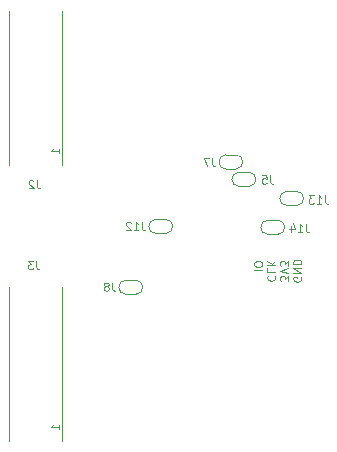
<source format=gbr>
G04 #@! TF.GenerationSoftware,KiCad,Pcbnew,5.1.4+dfsg1-1~bpo10+1*
G04 #@! TF.CreationDate,2020-01-08T12:36:27+01:00*
G04 #@! TF.ProjectId,video-booster-board,76696465-6f2d-4626-9f6f-737465722d62,rev?*
G04 #@! TF.SameCoordinates,Original*
G04 #@! TF.FileFunction,Legend,Bot*
G04 #@! TF.FilePolarity,Positive*
%FSLAX46Y46*%
G04 Gerber Fmt 4.6, Leading zero omitted, Abs format (unit mm)*
G04 Created by KiCad (PCBNEW 5.1.4+dfsg1-1~bpo10+1) date 2020-01-08 12:36:27*
%MOMM*%
%LPD*%
G04 APERTURE LIST*
%ADD10C,0.120000*%
%ADD11C,0.100000*%
%ADD12C,0.125000*%
G04 APERTURE END LIST*
D10*
X125068425Y-79518874D02*
G75*
G03X125043300Y-78319400I-25125J599474D01*
G01*
X124192775Y-78319926D02*
X125043025Y-78319926D01*
X124192775Y-78319926D02*
G75*
G03X124217900Y-79519400I25125J-599474D01*
G01*
X124217900Y-79519400D02*
X125017900Y-79519400D01*
D11*
X116250000Y-97063700D02*
X116250000Y-84063700D01*
X111750000Y-84063700D02*
X111750000Y-97063700D01*
D10*
X132111325Y-75540874D02*
G75*
G03X132086200Y-74341400I-25125J599474D01*
G01*
X131235675Y-74341926D02*
X132085925Y-74341926D01*
X131235675Y-74341926D02*
G75*
G03X131260800Y-75541400I25125J-599474D01*
G01*
X131260800Y-75541400D02*
X132060800Y-75541400D01*
D11*
X116250000Y-73695700D02*
X116250000Y-60695700D01*
X111750000Y-60695700D02*
X111750000Y-73695700D01*
D10*
X133675075Y-78392926D02*
G75*
G03X133700200Y-79592400I25125J-599474D01*
G01*
X134550725Y-79591874D02*
X133700475Y-79591874D01*
X134550725Y-79591874D02*
G75*
G03X134525600Y-78392400I-25125J599474D01*
G01*
X134525600Y-78392400D02*
X133725600Y-78392400D01*
X136150925Y-77153474D02*
G75*
G03X136125800Y-75954000I-25125J599474D01*
G01*
X135275275Y-75954526D02*
X136125525Y-75954526D01*
X135275275Y-75954526D02*
G75*
G03X135300400Y-77154000I25125J-599474D01*
G01*
X135300400Y-77154000D02*
X136100400Y-77154000D01*
X122528425Y-84670874D02*
G75*
G03X122503300Y-83471400I-25125J599474D01*
G01*
X121652775Y-83471926D02*
X122503025Y-83471926D01*
X121652775Y-83471926D02*
G75*
G03X121677900Y-84671400I25125J-599474D01*
G01*
X121677900Y-84671400D02*
X122477900Y-84671400D01*
X131006525Y-74068974D02*
G75*
G03X130981400Y-72869500I-25125J599474D01*
G01*
X130130875Y-72870026D02*
X130981125Y-72870026D01*
X130130875Y-72870026D02*
G75*
G03X130156000Y-74069500I25125J-599474D01*
G01*
X130156000Y-74069500D02*
X130956000Y-74069500D01*
D12*
X123044566Y-78546066D02*
X123044566Y-79046066D01*
X123077900Y-79146066D01*
X123144566Y-79212733D01*
X123244566Y-79246066D01*
X123311233Y-79246066D01*
X122344566Y-79246066D02*
X122744566Y-79246066D01*
X122544566Y-79246066D02*
X122544566Y-78546066D01*
X122611233Y-78646066D01*
X122677900Y-78712733D01*
X122744566Y-78746066D01*
X122077900Y-78612733D02*
X122044566Y-78579400D01*
X121977900Y-78546066D01*
X121811233Y-78546066D01*
X121744566Y-78579400D01*
X121711233Y-78612733D01*
X121677900Y-78679400D01*
X121677900Y-78746066D01*
X121711233Y-78846066D01*
X122111233Y-79246066D01*
X121677900Y-79246066D01*
X114089333Y-81855866D02*
X114089333Y-82355866D01*
X114122666Y-82455866D01*
X114189333Y-82522533D01*
X114289333Y-82555866D01*
X114356000Y-82555866D01*
X113822666Y-81855866D02*
X113389333Y-81855866D01*
X113622666Y-82122533D01*
X113522666Y-82122533D01*
X113456000Y-82155866D01*
X113422666Y-82189200D01*
X113389333Y-82255866D01*
X113389333Y-82422533D01*
X113422666Y-82489200D01*
X113456000Y-82522533D01*
X113522666Y-82555866D01*
X113722666Y-82555866D01*
X113789333Y-82522533D01*
X113822666Y-82489200D01*
X116016666Y-96113700D02*
X116016666Y-95713700D01*
X116016666Y-95913700D02*
X115316666Y-95913700D01*
X115416666Y-95847033D01*
X115483333Y-95780366D01*
X115516666Y-95713700D01*
X133705900Y-83094066D02*
X133672566Y-83127400D01*
X133639233Y-83227400D01*
X133639233Y-83294066D01*
X133672566Y-83394066D01*
X133739233Y-83460733D01*
X133805900Y-83494066D01*
X133939233Y-83527400D01*
X134039233Y-83527400D01*
X134172566Y-83494066D01*
X134239233Y-83460733D01*
X134305900Y-83394066D01*
X134339233Y-83294066D01*
X134339233Y-83227400D01*
X134305900Y-83127400D01*
X134272566Y-83094066D01*
X133639233Y-82460733D02*
X133639233Y-82794066D01*
X134339233Y-82794066D01*
X133639233Y-82227400D02*
X134339233Y-82227400D01*
X133639233Y-81827400D02*
X134039233Y-82127400D01*
X134339233Y-81827400D02*
X133939233Y-82227400D01*
X132539233Y-82644066D02*
X133239233Y-82644066D01*
X133239233Y-82177400D02*
X133239233Y-82044066D01*
X133205900Y-81977400D01*
X133139233Y-81910733D01*
X133005900Y-81877400D01*
X132772566Y-81877400D01*
X132639233Y-81910733D01*
X132572566Y-81977400D01*
X132539233Y-82044066D01*
X132539233Y-82177400D01*
X132572566Y-82244066D01*
X132639233Y-82310733D01*
X132772566Y-82344066D01*
X133005900Y-82344066D01*
X133139233Y-82310733D01*
X133205900Y-82244066D01*
X133239233Y-82177400D01*
X135439233Y-83544066D02*
X135439233Y-83110733D01*
X135172566Y-83344066D01*
X135172566Y-83244066D01*
X135139233Y-83177400D01*
X135105900Y-83144066D01*
X135039233Y-83110733D01*
X134872566Y-83110733D01*
X134805900Y-83144066D01*
X134772566Y-83177400D01*
X134739233Y-83244066D01*
X134739233Y-83444066D01*
X134772566Y-83510733D01*
X134805900Y-83544066D01*
X135439233Y-82910733D02*
X134739233Y-82677400D01*
X135439233Y-82444066D01*
X135439233Y-82277400D02*
X135439233Y-81844066D01*
X135172566Y-82077400D01*
X135172566Y-81977400D01*
X135139233Y-81910733D01*
X135105900Y-81877400D01*
X135039233Y-81844066D01*
X134872566Y-81844066D01*
X134805900Y-81877400D01*
X134772566Y-81910733D01*
X134739233Y-81977400D01*
X134739233Y-82177400D01*
X134772566Y-82244066D01*
X134805900Y-82277400D01*
X136505900Y-83210733D02*
X136539233Y-83277400D01*
X136539233Y-83377400D01*
X136505900Y-83477400D01*
X136439233Y-83544066D01*
X136372566Y-83577400D01*
X136239233Y-83610733D01*
X136139233Y-83610733D01*
X136005900Y-83577400D01*
X135939233Y-83544066D01*
X135872566Y-83477400D01*
X135839233Y-83377400D01*
X135839233Y-83310733D01*
X135872566Y-83210733D01*
X135905900Y-83177400D01*
X136139233Y-83177400D01*
X136139233Y-83310733D01*
X135839233Y-82877400D02*
X136539233Y-82877400D01*
X135839233Y-82477400D01*
X136539233Y-82477400D01*
X135839233Y-82144066D02*
X136539233Y-82144066D01*
X136539233Y-81977400D01*
X136505900Y-81877400D01*
X136439233Y-81810733D01*
X136372566Y-81777400D01*
X136239233Y-81744066D01*
X136139233Y-81744066D01*
X136005900Y-81777400D01*
X135939233Y-81810733D01*
X135872566Y-81877400D01*
X135839233Y-81977400D01*
X135839233Y-82144066D01*
X133889233Y-74594066D02*
X133889233Y-75094066D01*
X133922566Y-75194066D01*
X133989233Y-75260733D01*
X134089233Y-75294066D01*
X134155900Y-75294066D01*
X133222566Y-74594066D02*
X133555900Y-74594066D01*
X133589233Y-74927400D01*
X133555900Y-74894066D01*
X133489233Y-74860733D01*
X133322566Y-74860733D01*
X133255900Y-74894066D01*
X133222566Y-74927400D01*
X133189233Y-74994066D01*
X133189233Y-75160733D01*
X133222566Y-75227400D01*
X133255900Y-75260733D01*
X133322566Y-75294066D01*
X133489233Y-75294066D01*
X133555900Y-75260733D01*
X133589233Y-75227400D01*
X114139333Y-75005866D02*
X114139333Y-75505866D01*
X114172666Y-75605866D01*
X114239333Y-75672533D01*
X114339333Y-75705866D01*
X114406000Y-75705866D01*
X113839333Y-75072533D02*
X113806000Y-75039200D01*
X113739333Y-75005866D01*
X113572666Y-75005866D01*
X113506000Y-75039200D01*
X113472666Y-75072533D01*
X113439333Y-75139200D01*
X113439333Y-75205866D01*
X113472666Y-75305866D01*
X113872666Y-75705866D01*
X113439333Y-75705866D01*
X116016666Y-72745700D02*
X116016666Y-72345700D01*
X116016666Y-72545700D02*
X115316666Y-72545700D01*
X115416666Y-72479033D01*
X115483333Y-72412366D01*
X115516666Y-72345700D01*
X136922566Y-78694066D02*
X136922566Y-79194066D01*
X136955900Y-79294066D01*
X137022566Y-79360733D01*
X137122566Y-79394066D01*
X137189233Y-79394066D01*
X136222566Y-79394066D02*
X136622566Y-79394066D01*
X136422566Y-79394066D02*
X136422566Y-78694066D01*
X136489233Y-78794066D01*
X136555900Y-78860733D01*
X136622566Y-78894066D01*
X135622566Y-78927400D02*
X135622566Y-79394066D01*
X135789233Y-78660733D02*
X135955900Y-79160733D01*
X135522566Y-79160733D01*
X138522566Y-76294066D02*
X138522566Y-76794066D01*
X138555900Y-76894066D01*
X138622566Y-76960733D01*
X138722566Y-76994066D01*
X138789233Y-76994066D01*
X137822566Y-76994066D02*
X138222566Y-76994066D01*
X138022566Y-76994066D02*
X138022566Y-76294066D01*
X138089233Y-76394066D01*
X138155900Y-76460733D01*
X138222566Y-76494066D01*
X137589233Y-76294066D02*
X137155900Y-76294066D01*
X137389233Y-76560733D01*
X137289233Y-76560733D01*
X137222566Y-76594066D01*
X137189233Y-76627400D01*
X137155900Y-76694066D01*
X137155900Y-76860733D01*
X137189233Y-76927400D01*
X137222566Y-76960733D01*
X137289233Y-76994066D01*
X137489233Y-76994066D01*
X137555900Y-76960733D01*
X137589233Y-76927400D01*
X120521233Y-83683066D02*
X120521233Y-84183066D01*
X120554566Y-84283066D01*
X120621233Y-84349733D01*
X120721233Y-84383066D01*
X120787900Y-84383066D01*
X120087900Y-83983066D02*
X120154566Y-83949733D01*
X120187900Y-83916400D01*
X120221233Y-83849733D01*
X120221233Y-83816400D01*
X120187900Y-83749733D01*
X120154566Y-83716400D01*
X120087900Y-83683066D01*
X119954566Y-83683066D01*
X119887900Y-83716400D01*
X119854566Y-83749733D01*
X119821233Y-83816400D01*
X119821233Y-83849733D01*
X119854566Y-83916400D01*
X119887900Y-83949733D01*
X119954566Y-83983066D01*
X120087900Y-83983066D01*
X120154566Y-84016400D01*
X120187900Y-84049733D01*
X120221233Y-84116400D01*
X120221233Y-84249733D01*
X120187900Y-84316400D01*
X120154566Y-84349733D01*
X120087900Y-84383066D01*
X119954566Y-84383066D01*
X119887900Y-84349733D01*
X119854566Y-84316400D01*
X119821233Y-84249733D01*
X119821233Y-84116400D01*
X119854566Y-84049733D01*
X119887900Y-84016400D01*
X119954566Y-83983066D01*
X128989233Y-73111166D02*
X128989233Y-73611166D01*
X129022566Y-73711166D01*
X129089233Y-73777833D01*
X129189233Y-73811166D01*
X129255900Y-73811166D01*
X128722566Y-73111166D02*
X128255900Y-73111166D01*
X128555900Y-73811166D01*
M02*

</source>
